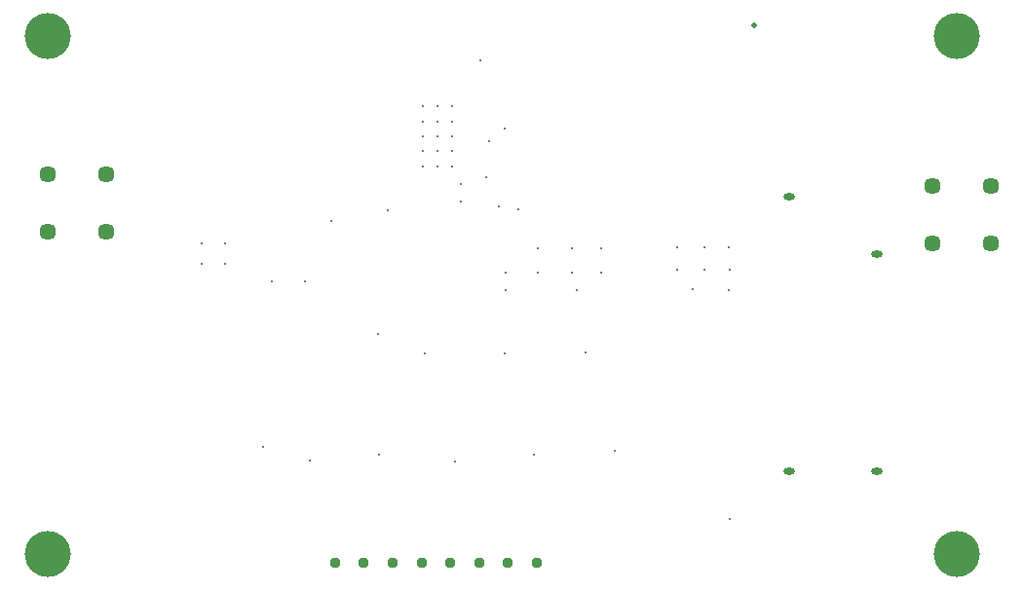
<source format=gbr>
%TF.GenerationSoftware,Altium Limited,Altium Designer,21.3.2 (30)*%
G04 Layer_Color=0*
%FSLAX45Y45*%
%MOMM*%
%TF.SameCoordinates,D9DFDB92-F573-4E1A-9105-0BCF1000EC4C*%
%TF.FilePolarity,Positive*%
%TF.FileFunction,Plated,1,2,PTH,Drill*%
%TF.Part,Single*%
G01*
G75*
%TA.AperFunction,ComponentDrill*%
%ADD65C,1.45000*%
%ADD66O,1.00000X0.60000*%
%ADD67C,0.95000*%
%ADD68C,4.00000*%
%TA.AperFunction,ViaDrill,NotFilled*%
%ADD69C,0.30000*%
%ADD70C,0.50000*%
D65*
X8292000Y3300000D02*
D03*
X8800000D02*
D03*
X8292000Y3800000D02*
D03*
X8800000D02*
D03*
X600000Y3400000D02*
D03*
X1108000D02*
D03*
X600000Y3900000D02*
D03*
X1108000D02*
D03*
D66*
X7050000Y1320000D02*
D03*
Y3709999D02*
D03*
X7812000Y3210000D02*
D03*
Y1320000D02*
D03*
D67*
X3100000Y520000D02*
D03*
X3350000D02*
D03*
X3600000D02*
D03*
X3850000D02*
D03*
X4100000D02*
D03*
X4350000D02*
D03*
X4600000D02*
D03*
X4850000D02*
D03*
D68*
X8500000Y600000D02*
D03*
X600000Y600000D02*
D03*
X8500000Y5100000D02*
D03*
X600000D02*
D03*
D69*
X4520000Y3620000D02*
D03*
X2840000Y2970000D02*
D03*
X1940000Y3300000D02*
D03*
Y3120000D02*
D03*
X2140000D02*
D03*
Y3300000D02*
D03*
X2470000Y1530000D02*
D03*
X4192812Y3813613D02*
D03*
X2550000Y2970000D02*
D03*
X3470000Y2510000D02*
D03*
X3480000Y1460000D02*
D03*
X2880000Y1410000D02*
D03*
X6530000Y900000D02*
D03*
X5530000Y1500000D02*
D03*
X4830000Y1460000D02*
D03*
X4140000Y1400000D02*
D03*
X4440000Y4190000D02*
D03*
X4190000Y3660000D02*
D03*
X4410000Y3880000D02*
D03*
X4360000Y4890000D02*
D03*
X4570000Y4300000D02*
D03*
X3065710Y3490620D02*
D03*
X4120001Y4232500D02*
D03*
Y4492500D02*
D03*
Y4362500D02*
D03*
X3990001Y4492500D02*
D03*
Y4362500D02*
D03*
Y4232500D02*
D03*
X4120001Y3972500D02*
D03*
X3860001Y4102500D02*
D03*
X4120001D02*
D03*
X3990001Y3972500D02*
D03*
Y4102500D02*
D03*
X3860001Y4362500D02*
D03*
Y4232500D02*
D03*
Y4492500D02*
D03*
Y3972500D02*
D03*
X4580000Y3050000D02*
D03*
X4860000D02*
D03*
Y3260000D02*
D03*
X5160000Y3050000D02*
D03*
X5200000Y2890000D02*
D03*
X4580000D02*
D03*
X5277402Y2348270D02*
D03*
X3878000Y2345000D02*
D03*
X4576999D02*
D03*
X3558902Y3587500D02*
D03*
X6520000Y2890000D02*
D03*
X6210000Y2900000D02*
D03*
X6520000Y3270000D02*
D03*
X6310000Y3070000D02*
D03*
X6530000D02*
D03*
X6310000Y3270000D02*
D03*
X4690000Y3600000D02*
D03*
X5410000Y3050000D02*
D03*
X5160000Y3260000D02*
D03*
X6070000Y3270000D02*
D03*
Y3070000D02*
D03*
X5410000Y3260000D02*
D03*
D70*
X6740000Y5200000D02*
D03*
%TF.MD5,1b072fd0fbbc6ac1dff232b133d19e5d*%
M02*

</source>
